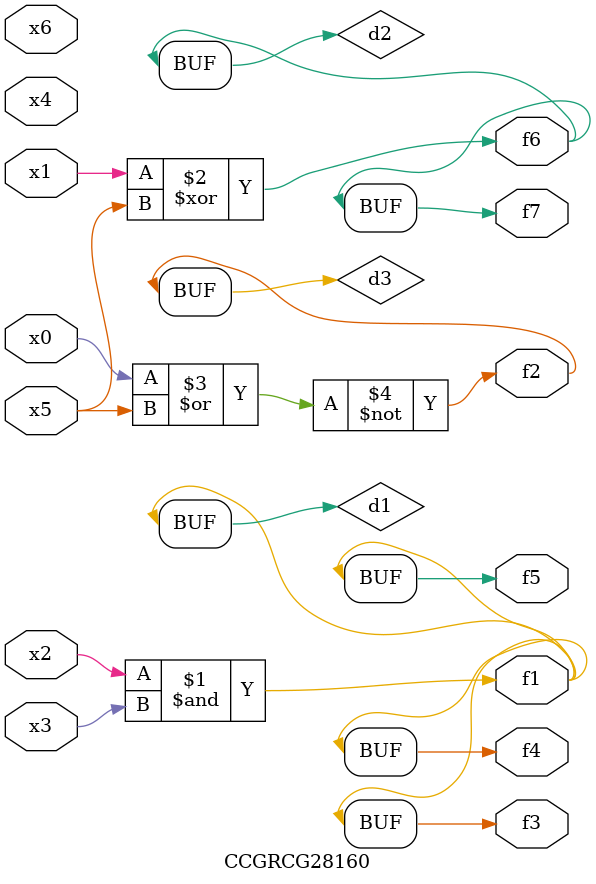
<source format=v>
module CCGRCG28160(
	input x0, x1, x2, x3, x4, x5, x6,
	output f1, f2, f3, f4, f5, f6, f7
);

	wire d1, d2, d3;

	and (d1, x2, x3);
	xor (d2, x1, x5);
	nor (d3, x0, x5);
	assign f1 = d1;
	assign f2 = d3;
	assign f3 = d1;
	assign f4 = d1;
	assign f5 = d1;
	assign f6 = d2;
	assign f7 = d2;
endmodule

</source>
